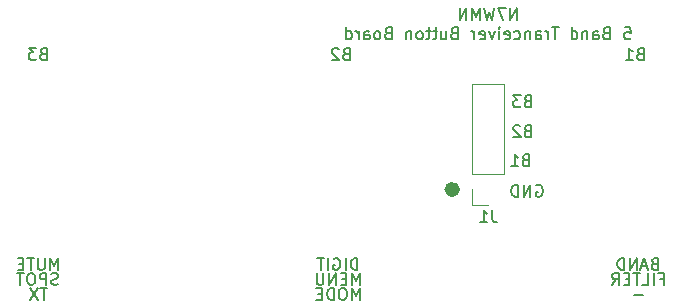
<source format=gbr>
%TF.GenerationSoftware,KiCad,Pcbnew,(6.0.2)*%
%TF.CreationDate,2022-03-25T16:36:57-07:00*%
%TF.ProjectId,buttons,62757474-6f6e-4732-9e6b-696361645f70,rev?*%
%TF.SameCoordinates,Original*%
%TF.FileFunction,Legend,Bot*%
%TF.FilePolarity,Positive*%
%FSLAX46Y46*%
G04 Gerber Fmt 4.6, Leading zero omitted, Abs format (unit mm)*
G04 Created by KiCad (PCBNEW (6.0.2)) date 2022-03-25 16:36:57*
%MOMM*%
%LPD*%
G01*
G04 APERTURE LIST*
%ADD10C,0.642961*%
%ADD11C,0.150000*%
%ADD12C,0.120000*%
G04 APERTURE END LIST*
D10*
X164913480Y-82550000D02*
G75*
G03*
X164913480Y-82550000I-321480J0D01*
G01*
D11*
X131230476Y-89352380D02*
X131230476Y-88352380D01*
X130897142Y-89066666D01*
X130563809Y-88352380D01*
X130563809Y-89352380D01*
X130087619Y-88352380D02*
X130087619Y-89161904D01*
X130040000Y-89257142D01*
X129992380Y-89304761D01*
X129897142Y-89352380D01*
X129706666Y-89352380D01*
X129611428Y-89304761D01*
X129563809Y-89257142D01*
X129516190Y-89161904D01*
X129516190Y-88352380D01*
X129182857Y-88352380D02*
X128611428Y-88352380D01*
X128897142Y-89352380D02*
X128897142Y-88352380D01*
X128278095Y-88828571D02*
X127944761Y-88828571D01*
X127801904Y-89352380D02*
X128278095Y-89352380D01*
X128278095Y-88352380D01*
X127801904Y-88352380D01*
X156559047Y-89352380D02*
X156559047Y-88352380D01*
X156320952Y-88352380D01*
X156178095Y-88400000D01*
X156082857Y-88495238D01*
X156035238Y-88590476D01*
X155987619Y-88780952D01*
X155987619Y-88923809D01*
X156035238Y-89114285D01*
X156082857Y-89209523D01*
X156178095Y-89304761D01*
X156320952Y-89352380D01*
X156559047Y-89352380D01*
X155559047Y-89352380D02*
X155559047Y-88352380D01*
X154559047Y-88400000D02*
X154654285Y-88352380D01*
X154797142Y-88352380D01*
X154940000Y-88400000D01*
X155035238Y-88495238D01*
X155082857Y-88590476D01*
X155130476Y-88780952D01*
X155130476Y-88923809D01*
X155082857Y-89114285D01*
X155035238Y-89209523D01*
X154940000Y-89304761D01*
X154797142Y-89352380D01*
X154701904Y-89352380D01*
X154559047Y-89304761D01*
X154511428Y-89257142D01*
X154511428Y-88923809D01*
X154701904Y-88923809D01*
X154082857Y-89352380D02*
X154082857Y-88352380D01*
X153749523Y-88352380D02*
X153178095Y-88352380D01*
X153463809Y-89352380D02*
X153463809Y-88352380D01*
X131230476Y-90574761D02*
X131087619Y-90622380D01*
X130849523Y-90622380D01*
X130754285Y-90574761D01*
X130706666Y-90527142D01*
X130659047Y-90431904D01*
X130659047Y-90336666D01*
X130706666Y-90241428D01*
X130754285Y-90193809D01*
X130849523Y-90146190D01*
X131039999Y-90098571D01*
X131135238Y-90050952D01*
X131182857Y-90003333D01*
X131230476Y-89908095D01*
X131230476Y-89812857D01*
X131182857Y-89717619D01*
X131135238Y-89670000D01*
X131039999Y-89622380D01*
X130801904Y-89622380D01*
X130659047Y-89670000D01*
X130230476Y-90622380D02*
X130230476Y-89622380D01*
X129849523Y-89622380D01*
X129754285Y-89670000D01*
X129706666Y-89717619D01*
X129659047Y-89812857D01*
X129659047Y-89955714D01*
X129706666Y-90050952D01*
X129754285Y-90098571D01*
X129849523Y-90146190D01*
X130230476Y-90146190D01*
X129039999Y-89622380D02*
X128849523Y-89622380D01*
X128754285Y-89670000D01*
X128659047Y-89765238D01*
X128611428Y-89955714D01*
X128611428Y-90289047D01*
X128659047Y-90479523D01*
X128754285Y-90574761D01*
X128849523Y-90622380D01*
X129039999Y-90622380D01*
X129135238Y-90574761D01*
X129230476Y-90479523D01*
X129278095Y-90289047D01*
X129278095Y-89955714D01*
X129230476Y-89765238D01*
X129135238Y-89670000D01*
X129039999Y-89622380D01*
X128325714Y-89622380D02*
X127754285Y-89622380D01*
X128039999Y-90622380D02*
X128039999Y-89622380D01*
X130301904Y-90892380D02*
X129730476Y-90892380D01*
X130016190Y-91892380D02*
X130016190Y-90892380D01*
X129492380Y-90892380D02*
X128825714Y-91892380D01*
X128825714Y-90892380D02*
X129492380Y-91892380D01*
X129944761Y-71048571D02*
X129801904Y-71096190D01*
X129754285Y-71143809D01*
X129706666Y-71239047D01*
X129706666Y-71381904D01*
X129754285Y-71477142D01*
X129801904Y-71524761D01*
X129897142Y-71572380D01*
X130278095Y-71572380D01*
X130278095Y-70572380D01*
X129944761Y-70572380D01*
X129849523Y-70620000D01*
X129801904Y-70667619D01*
X129754285Y-70762857D01*
X129754285Y-70858095D01*
X129801904Y-70953333D01*
X129849523Y-71000952D01*
X129944761Y-71048571D01*
X130278095Y-71048571D01*
X129373333Y-70572380D02*
X128754285Y-70572380D01*
X129087619Y-70953333D01*
X128944761Y-70953333D01*
X128849523Y-71000952D01*
X128801904Y-71048571D01*
X128754285Y-71143809D01*
X128754285Y-71381904D01*
X128801904Y-71477142D01*
X128849523Y-71524761D01*
X128944761Y-71572380D01*
X129230476Y-71572380D01*
X129325714Y-71524761D01*
X129373333Y-71477142D01*
X156749523Y-91892380D02*
X156749523Y-90892380D01*
X156416190Y-91606666D01*
X156082857Y-90892380D01*
X156082857Y-91892380D01*
X155416190Y-90892380D02*
X155225714Y-90892380D01*
X155130476Y-90940000D01*
X155035238Y-91035238D01*
X154987619Y-91225714D01*
X154987619Y-91559047D01*
X155035238Y-91749523D01*
X155130476Y-91844761D01*
X155225714Y-91892380D01*
X155416190Y-91892380D01*
X155511428Y-91844761D01*
X155606666Y-91749523D01*
X155654285Y-91559047D01*
X155654285Y-91225714D01*
X155606666Y-91035238D01*
X155511428Y-90940000D01*
X155416190Y-90892380D01*
X154559047Y-91892380D02*
X154559047Y-90892380D01*
X154320952Y-90892380D01*
X154178095Y-90940000D01*
X154082857Y-91035238D01*
X154035238Y-91130476D01*
X153987619Y-91320952D01*
X153987619Y-91463809D01*
X154035238Y-91654285D01*
X154082857Y-91749523D01*
X154178095Y-91844761D01*
X154320952Y-91892380D01*
X154559047Y-91892380D01*
X153559047Y-91368571D02*
X153225714Y-91368571D01*
X153082857Y-91892380D02*
X153559047Y-91892380D01*
X153559047Y-90892380D01*
X153082857Y-90892380D01*
X170801132Y-80050174D02*
X170658275Y-80097793D01*
X170610656Y-80145412D01*
X170563037Y-80240650D01*
X170563037Y-80383507D01*
X170610656Y-80478745D01*
X170658275Y-80526364D01*
X170753513Y-80573983D01*
X171134466Y-80573983D01*
X171134466Y-79573983D01*
X170801132Y-79573983D01*
X170705894Y-79621603D01*
X170658275Y-79669222D01*
X170610656Y-79764460D01*
X170610656Y-79859698D01*
X170658275Y-79954936D01*
X170705894Y-80002555D01*
X170801132Y-80050174D01*
X171134466Y-80050174D01*
X169610656Y-80573983D02*
X170182085Y-80573983D01*
X169896371Y-80573983D02*
X169896371Y-79573983D01*
X169991609Y-79716841D01*
X170086847Y-79812079D01*
X170182085Y-79859698D01*
X181720952Y-88828571D02*
X181578095Y-88876190D01*
X181530476Y-88923809D01*
X181482857Y-89019047D01*
X181482857Y-89161904D01*
X181530476Y-89257142D01*
X181578095Y-89304761D01*
X181673333Y-89352380D01*
X182054285Y-89352380D01*
X182054285Y-88352380D01*
X181720952Y-88352380D01*
X181625714Y-88400000D01*
X181578095Y-88447619D01*
X181530476Y-88542857D01*
X181530476Y-88638095D01*
X181578095Y-88733333D01*
X181625714Y-88780952D01*
X181720952Y-88828571D01*
X182054285Y-88828571D01*
X181101904Y-89066666D02*
X180625714Y-89066666D01*
X181197142Y-89352380D02*
X180863809Y-88352380D01*
X180530476Y-89352380D01*
X180197142Y-89352380D02*
X180197142Y-88352380D01*
X179625714Y-89352380D01*
X179625714Y-88352380D01*
X179149523Y-89352380D02*
X179149523Y-88352380D01*
X178911428Y-88352380D01*
X178768571Y-88400000D01*
X178673333Y-88495238D01*
X178625714Y-88590476D01*
X178578095Y-88780952D01*
X178578095Y-88923809D01*
X178625714Y-89114285D01*
X178673333Y-89209523D01*
X178768571Y-89304761D01*
X178911428Y-89352380D01*
X179149523Y-89352380D01*
X170068571Y-68227380D02*
X170068571Y-67227380D01*
X169497142Y-68227380D01*
X169497142Y-67227380D01*
X169116190Y-67227380D02*
X168449523Y-67227380D01*
X168878095Y-68227380D01*
X168163809Y-67227380D02*
X167925714Y-68227380D01*
X167735238Y-67513095D01*
X167544761Y-68227380D01*
X167306666Y-67227380D01*
X166925714Y-68227380D02*
X166925714Y-67227380D01*
X166592380Y-67941666D01*
X166259047Y-67227380D01*
X166259047Y-68227380D01*
X165782857Y-68227380D02*
X165782857Y-67227380D01*
X165211428Y-68227380D01*
X165211428Y-67227380D01*
X179187619Y-68837380D02*
X179663809Y-68837380D01*
X179711428Y-69313571D01*
X179663809Y-69265952D01*
X179568571Y-69218333D01*
X179330476Y-69218333D01*
X179235238Y-69265952D01*
X179187619Y-69313571D01*
X179140000Y-69408809D01*
X179140000Y-69646904D01*
X179187619Y-69742142D01*
X179235238Y-69789761D01*
X179330476Y-69837380D01*
X179568571Y-69837380D01*
X179663809Y-69789761D01*
X179711428Y-69742142D01*
X177616190Y-69313571D02*
X177473333Y-69361190D01*
X177425714Y-69408809D01*
X177378095Y-69504047D01*
X177378095Y-69646904D01*
X177425714Y-69742142D01*
X177473333Y-69789761D01*
X177568571Y-69837380D01*
X177949523Y-69837380D01*
X177949523Y-68837380D01*
X177616190Y-68837380D01*
X177520952Y-68885000D01*
X177473333Y-68932619D01*
X177425714Y-69027857D01*
X177425714Y-69123095D01*
X177473333Y-69218333D01*
X177520952Y-69265952D01*
X177616190Y-69313571D01*
X177949523Y-69313571D01*
X176520952Y-69837380D02*
X176520952Y-69313571D01*
X176568571Y-69218333D01*
X176663809Y-69170714D01*
X176854285Y-69170714D01*
X176949523Y-69218333D01*
X176520952Y-69789761D02*
X176616190Y-69837380D01*
X176854285Y-69837380D01*
X176949523Y-69789761D01*
X176997142Y-69694523D01*
X176997142Y-69599285D01*
X176949523Y-69504047D01*
X176854285Y-69456428D01*
X176616190Y-69456428D01*
X176520952Y-69408809D01*
X176044761Y-69170714D02*
X176044761Y-69837380D01*
X176044761Y-69265952D02*
X175997142Y-69218333D01*
X175901904Y-69170714D01*
X175759047Y-69170714D01*
X175663809Y-69218333D01*
X175616190Y-69313571D01*
X175616190Y-69837380D01*
X174711428Y-69837380D02*
X174711428Y-68837380D01*
X174711428Y-69789761D02*
X174806666Y-69837380D01*
X174997142Y-69837380D01*
X175092380Y-69789761D01*
X175140000Y-69742142D01*
X175187619Y-69646904D01*
X175187619Y-69361190D01*
X175140000Y-69265952D01*
X175092380Y-69218333D01*
X174997142Y-69170714D01*
X174806666Y-69170714D01*
X174711428Y-69218333D01*
X173616190Y-68837380D02*
X173044761Y-68837380D01*
X173330476Y-69837380D02*
X173330476Y-68837380D01*
X172711428Y-69837380D02*
X172711428Y-69170714D01*
X172711428Y-69361190D02*
X172663809Y-69265952D01*
X172616190Y-69218333D01*
X172520952Y-69170714D01*
X172425714Y-69170714D01*
X171663809Y-69837380D02*
X171663809Y-69313571D01*
X171711428Y-69218333D01*
X171806666Y-69170714D01*
X171997142Y-69170714D01*
X172092380Y-69218333D01*
X171663809Y-69789761D02*
X171759047Y-69837380D01*
X171997142Y-69837380D01*
X172092380Y-69789761D01*
X172140000Y-69694523D01*
X172140000Y-69599285D01*
X172092380Y-69504047D01*
X171997142Y-69456428D01*
X171759047Y-69456428D01*
X171663809Y-69408809D01*
X171187619Y-69170714D02*
X171187619Y-69837380D01*
X171187619Y-69265952D02*
X171140000Y-69218333D01*
X171044761Y-69170714D01*
X170901904Y-69170714D01*
X170806666Y-69218333D01*
X170759047Y-69313571D01*
X170759047Y-69837380D01*
X169854285Y-69789761D02*
X169949523Y-69837380D01*
X170140000Y-69837380D01*
X170235238Y-69789761D01*
X170282857Y-69742142D01*
X170330476Y-69646904D01*
X170330476Y-69361190D01*
X170282857Y-69265952D01*
X170235238Y-69218333D01*
X170140000Y-69170714D01*
X169949523Y-69170714D01*
X169854285Y-69218333D01*
X169044761Y-69789761D02*
X169140000Y-69837380D01*
X169330476Y-69837380D01*
X169425714Y-69789761D01*
X169473333Y-69694523D01*
X169473333Y-69313571D01*
X169425714Y-69218333D01*
X169330476Y-69170714D01*
X169140000Y-69170714D01*
X169044761Y-69218333D01*
X168997142Y-69313571D01*
X168997142Y-69408809D01*
X169473333Y-69504047D01*
X168568571Y-69837380D02*
X168568571Y-69170714D01*
X168568571Y-68837380D02*
X168616190Y-68885000D01*
X168568571Y-68932619D01*
X168520952Y-68885000D01*
X168568571Y-68837380D01*
X168568571Y-68932619D01*
X168187619Y-69170714D02*
X167949523Y-69837380D01*
X167711428Y-69170714D01*
X166949523Y-69789761D02*
X167044761Y-69837380D01*
X167235238Y-69837380D01*
X167330476Y-69789761D01*
X167378095Y-69694523D01*
X167378095Y-69313571D01*
X167330476Y-69218333D01*
X167235238Y-69170714D01*
X167044761Y-69170714D01*
X166949523Y-69218333D01*
X166901904Y-69313571D01*
X166901904Y-69408809D01*
X167378095Y-69504047D01*
X166473333Y-69837380D02*
X166473333Y-69170714D01*
X166473333Y-69361190D02*
X166425714Y-69265952D01*
X166378095Y-69218333D01*
X166282857Y-69170714D01*
X166187619Y-69170714D01*
X164759047Y-69313571D02*
X164616190Y-69361190D01*
X164568571Y-69408809D01*
X164520952Y-69504047D01*
X164520952Y-69646904D01*
X164568571Y-69742142D01*
X164616190Y-69789761D01*
X164711428Y-69837380D01*
X165092380Y-69837380D01*
X165092380Y-68837380D01*
X164759047Y-68837380D01*
X164663809Y-68885000D01*
X164616190Y-68932619D01*
X164568571Y-69027857D01*
X164568571Y-69123095D01*
X164616190Y-69218333D01*
X164663809Y-69265952D01*
X164759047Y-69313571D01*
X165092380Y-69313571D01*
X163663809Y-69170714D02*
X163663809Y-69837380D01*
X164092380Y-69170714D02*
X164092380Y-69694523D01*
X164044761Y-69789761D01*
X163949523Y-69837380D01*
X163806666Y-69837380D01*
X163711428Y-69789761D01*
X163663809Y-69742142D01*
X163330476Y-69170714D02*
X162949523Y-69170714D01*
X163187619Y-68837380D02*
X163187619Y-69694523D01*
X163140000Y-69789761D01*
X163044761Y-69837380D01*
X162949523Y-69837380D01*
X162759047Y-69170714D02*
X162378095Y-69170714D01*
X162616190Y-68837380D02*
X162616190Y-69694523D01*
X162568571Y-69789761D01*
X162473333Y-69837380D01*
X162378095Y-69837380D01*
X161901904Y-69837380D02*
X161997142Y-69789761D01*
X162044761Y-69742142D01*
X162092380Y-69646904D01*
X162092380Y-69361190D01*
X162044761Y-69265952D01*
X161997142Y-69218333D01*
X161901904Y-69170714D01*
X161759047Y-69170714D01*
X161663809Y-69218333D01*
X161616190Y-69265952D01*
X161568571Y-69361190D01*
X161568571Y-69646904D01*
X161616190Y-69742142D01*
X161663809Y-69789761D01*
X161759047Y-69837380D01*
X161901904Y-69837380D01*
X161140000Y-69170714D02*
X161140000Y-69837380D01*
X161140000Y-69265952D02*
X161092380Y-69218333D01*
X160997142Y-69170714D01*
X160854285Y-69170714D01*
X160759047Y-69218333D01*
X160711428Y-69313571D01*
X160711428Y-69837380D01*
X159140000Y-69313571D02*
X158997142Y-69361190D01*
X158949523Y-69408809D01*
X158901904Y-69504047D01*
X158901904Y-69646904D01*
X158949523Y-69742142D01*
X158997142Y-69789761D01*
X159092380Y-69837380D01*
X159473333Y-69837380D01*
X159473333Y-68837380D01*
X159140000Y-68837380D01*
X159044761Y-68885000D01*
X158997142Y-68932619D01*
X158949523Y-69027857D01*
X158949523Y-69123095D01*
X158997142Y-69218333D01*
X159044761Y-69265952D01*
X159140000Y-69313571D01*
X159473333Y-69313571D01*
X158330476Y-69837380D02*
X158425714Y-69789761D01*
X158473333Y-69742142D01*
X158520952Y-69646904D01*
X158520952Y-69361190D01*
X158473333Y-69265952D01*
X158425714Y-69218333D01*
X158330476Y-69170714D01*
X158187619Y-69170714D01*
X158092380Y-69218333D01*
X158044761Y-69265952D01*
X157997142Y-69361190D01*
X157997142Y-69646904D01*
X158044761Y-69742142D01*
X158092380Y-69789761D01*
X158187619Y-69837380D01*
X158330476Y-69837380D01*
X157140000Y-69837380D02*
X157140000Y-69313571D01*
X157187619Y-69218333D01*
X157282857Y-69170714D01*
X157473333Y-69170714D01*
X157568571Y-69218333D01*
X157140000Y-69789761D02*
X157235238Y-69837380D01*
X157473333Y-69837380D01*
X157568571Y-69789761D01*
X157616190Y-69694523D01*
X157616190Y-69599285D01*
X157568571Y-69504047D01*
X157473333Y-69456428D01*
X157235238Y-69456428D01*
X157140000Y-69408809D01*
X156663809Y-69837380D02*
X156663809Y-69170714D01*
X156663809Y-69361190D02*
X156616190Y-69265952D01*
X156568571Y-69218333D01*
X156473333Y-69170714D01*
X156378095Y-69170714D01*
X155616190Y-69837380D02*
X155616190Y-68837380D01*
X155616190Y-69789761D02*
X155711428Y-69837380D01*
X155901904Y-69837380D01*
X155997142Y-69789761D01*
X156044761Y-69742142D01*
X156092380Y-69646904D01*
X156092380Y-69361190D01*
X156044761Y-69265952D01*
X155997142Y-69218333D01*
X155901904Y-69170714D01*
X155711428Y-69170714D01*
X155616190Y-69218333D01*
X182173333Y-90098571D02*
X182506666Y-90098571D01*
X182506666Y-90622380D02*
X182506666Y-89622380D01*
X182030476Y-89622380D01*
X181649523Y-90622380D02*
X181649523Y-89622380D01*
X180697142Y-90622380D02*
X181173333Y-90622380D01*
X181173333Y-89622380D01*
X180506666Y-89622380D02*
X179935238Y-89622380D01*
X180220952Y-90622380D02*
X180220952Y-89622380D01*
X179601904Y-90098571D02*
X179268571Y-90098571D01*
X179125714Y-90622380D02*
X179601904Y-90622380D01*
X179601904Y-89622380D01*
X179125714Y-89622380D01*
X178125714Y-90622380D02*
X178459047Y-90146190D01*
X178697142Y-90622380D02*
X178697142Y-89622380D01*
X178316190Y-89622380D01*
X178220952Y-89670000D01*
X178173333Y-89717619D01*
X178125714Y-89812857D01*
X178125714Y-89955714D01*
X178173333Y-90050952D01*
X178220952Y-90098571D01*
X178316190Y-90146190D01*
X178697142Y-90146190D01*
X156773333Y-90622380D02*
X156773333Y-89622380D01*
X156440000Y-90336666D01*
X156106666Y-89622380D01*
X156106666Y-90622380D01*
X155630476Y-90098571D02*
X155297142Y-90098571D01*
X155154285Y-90622380D02*
X155630476Y-90622380D01*
X155630476Y-89622380D01*
X155154285Y-89622380D01*
X154725714Y-90622380D02*
X154725714Y-89622380D01*
X154154285Y-90622380D01*
X154154285Y-89622380D01*
X153678095Y-89622380D02*
X153678095Y-90431904D01*
X153630476Y-90527142D01*
X153582857Y-90574761D01*
X153487619Y-90622380D01*
X153297142Y-90622380D01*
X153201904Y-90574761D01*
X153154285Y-90527142D01*
X153106666Y-90431904D01*
X153106666Y-89622380D01*
X170957377Y-77594900D02*
X170814520Y-77642519D01*
X170766901Y-77690138D01*
X170719282Y-77785376D01*
X170719282Y-77928233D01*
X170766901Y-78023471D01*
X170814520Y-78071090D01*
X170909758Y-78118709D01*
X171290711Y-78118709D01*
X171290711Y-77118709D01*
X170957377Y-77118709D01*
X170862139Y-77166329D01*
X170814520Y-77213948D01*
X170766901Y-77309186D01*
X170766901Y-77404424D01*
X170814520Y-77499662D01*
X170862139Y-77547281D01*
X170957377Y-77594900D01*
X171290711Y-77594900D01*
X170338330Y-77213948D02*
X170290711Y-77166329D01*
X170195473Y-77118709D01*
X169957377Y-77118709D01*
X169862139Y-77166329D01*
X169814520Y-77213948D01*
X169766901Y-77309186D01*
X169766901Y-77404424D01*
X169814520Y-77547281D01*
X170385949Y-78118709D01*
X169766901Y-78118709D01*
X155598761Y-71048571D02*
X155455904Y-71096190D01*
X155408285Y-71143809D01*
X155360666Y-71239047D01*
X155360666Y-71381904D01*
X155408285Y-71477142D01*
X155455904Y-71524761D01*
X155551142Y-71572380D01*
X155932095Y-71572380D01*
X155932095Y-70572380D01*
X155598761Y-70572380D01*
X155503523Y-70620000D01*
X155455904Y-70667619D01*
X155408285Y-70762857D01*
X155408285Y-70858095D01*
X155455904Y-70953333D01*
X155503523Y-71000952D01*
X155598761Y-71048571D01*
X155932095Y-71048571D01*
X154979714Y-70667619D02*
X154932095Y-70620000D01*
X154836857Y-70572380D01*
X154598761Y-70572380D01*
X154503523Y-70620000D01*
X154455904Y-70667619D01*
X154408285Y-70762857D01*
X154408285Y-70858095D01*
X154455904Y-71000952D01*
X155027333Y-71572380D01*
X154408285Y-71572380D01*
X170957377Y-75072663D02*
X170814520Y-75120282D01*
X170766901Y-75167901D01*
X170719282Y-75263139D01*
X170719282Y-75405996D01*
X170766901Y-75501234D01*
X170814520Y-75548853D01*
X170909758Y-75596472D01*
X171290711Y-75596472D01*
X171290711Y-74596472D01*
X170957377Y-74596472D01*
X170862139Y-74644092D01*
X170814520Y-74691711D01*
X170766901Y-74786949D01*
X170766901Y-74882187D01*
X170814520Y-74977425D01*
X170862139Y-75025044D01*
X170957377Y-75072663D01*
X171290711Y-75072663D01*
X170385949Y-74596472D02*
X169766901Y-74596472D01*
X170100235Y-74977425D01*
X169957377Y-74977425D01*
X169862139Y-75025044D01*
X169814520Y-75072663D01*
X169766901Y-75167901D01*
X169766901Y-75405996D01*
X169814520Y-75501234D01*
X169862139Y-75548853D01*
X169957377Y-75596472D01*
X170243092Y-75596472D01*
X170338330Y-75548853D01*
X170385949Y-75501234D01*
X180490761Y-71048571D02*
X180347904Y-71096190D01*
X180300285Y-71143809D01*
X180252666Y-71239047D01*
X180252666Y-71381904D01*
X180300285Y-71477142D01*
X180347904Y-71524761D01*
X180443142Y-71572380D01*
X180824095Y-71572380D01*
X180824095Y-70572380D01*
X180490761Y-70572380D01*
X180395523Y-70620000D01*
X180347904Y-70667619D01*
X180300285Y-70762857D01*
X180300285Y-70858095D01*
X180347904Y-70953333D01*
X180395523Y-71000952D01*
X180490761Y-71048571D01*
X180824095Y-71048571D01*
X179300285Y-71572380D02*
X179871714Y-71572380D01*
X179586000Y-71572380D02*
X179586000Y-70572380D01*
X179681238Y-70715238D01*
X179776476Y-70810476D01*
X179871714Y-70858095D01*
X180720952Y-91511428D02*
X179959047Y-91511428D01*
X171693971Y-82210801D02*
X171789209Y-82163181D01*
X171932067Y-82163181D01*
X172074924Y-82210801D01*
X172170162Y-82306039D01*
X172217781Y-82401277D01*
X172265400Y-82591753D01*
X172265400Y-82734610D01*
X172217781Y-82925086D01*
X172170162Y-83020324D01*
X172074924Y-83115562D01*
X171932067Y-83163181D01*
X171836828Y-83163181D01*
X171693971Y-83115562D01*
X171646352Y-83067943D01*
X171646352Y-82734610D01*
X171836828Y-82734610D01*
X171217781Y-83163181D02*
X171217781Y-82163181D01*
X170646352Y-83163181D01*
X170646352Y-82163181D01*
X170170162Y-83163181D02*
X170170162Y-82163181D01*
X169932067Y-82163181D01*
X169789209Y-82210801D01*
X169693971Y-82306039D01*
X169646352Y-82401277D01*
X169598733Y-82591753D01*
X169598733Y-82734610D01*
X169646352Y-82925086D01*
X169693971Y-83020324D01*
X169789209Y-83115562D01*
X169932067Y-83163181D01*
X170170162Y-83163181D01*
%TO.C,J1*%
X167973333Y-84332380D02*
X167973333Y-85046666D01*
X168020952Y-85189523D01*
X168116190Y-85284761D01*
X168259047Y-85332380D01*
X168354285Y-85332380D01*
X166973333Y-85332380D02*
X167544761Y-85332380D01*
X167259047Y-85332380D02*
X167259047Y-84332380D01*
X167354285Y-84475238D01*
X167449523Y-84570476D01*
X167544761Y-84618095D01*
D12*
X166310000Y-73600000D02*
X168970000Y-73600000D01*
X166310000Y-81280000D02*
X166310000Y-73600000D01*
X168970000Y-81280000D02*
X168970000Y-73600000D01*
X166310000Y-83880000D02*
X167640000Y-83880000D01*
X166310000Y-81280000D02*
X168970000Y-81280000D01*
X166310000Y-82550000D02*
X166310000Y-83880000D01*
%TD*%
M02*

</source>
